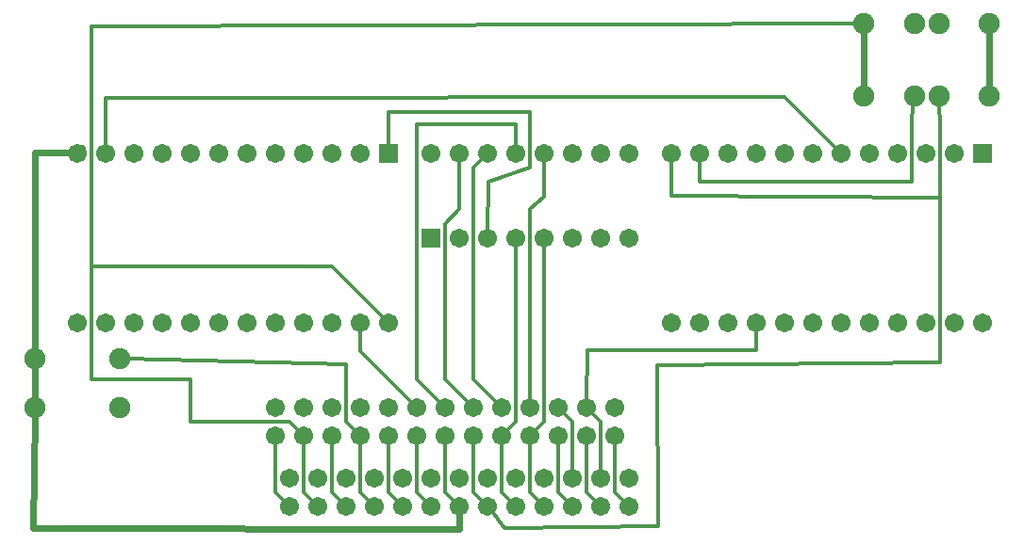
<source format=gbl>
G04 MADE WITH FRITZING*
G04 WWW.FRITZING.ORG*
G04 DOUBLE SIDED*
G04 HOLES PLATED*
G04 CONTOUR ON CENTER OF CONTOUR VECTOR*
%ASAXBY*%
%FSLAX23Y23*%
%MOIN*%
%OFA0B0*%
%SFA1.0B1.0*%
%ADD10C,0.067559*%
%ADD11C,0.075000*%
%ADD12R,0.067559X0.067559*%
%ADD13C,0.012000*%
%ADD14C,0.024000*%
%LNCOPPER0*%
G90*
G70*
G54D10*
X3419Y1367D03*
X3419Y767D03*
X3319Y1367D03*
X3319Y767D03*
X3219Y1367D03*
X3219Y767D03*
X3119Y1367D03*
X3119Y767D03*
X3019Y1367D03*
X3019Y767D03*
X2919Y1367D03*
X2919Y767D03*
X2819Y1367D03*
X2819Y767D03*
X2719Y1367D03*
X2719Y767D03*
X2619Y1367D03*
X2619Y767D03*
X2519Y1367D03*
X2519Y767D03*
X2419Y1367D03*
X2419Y767D03*
X2319Y1367D03*
X2319Y767D03*
X969Y117D03*
X1069Y117D03*
X1169Y117D03*
X1269Y117D03*
X1369Y117D03*
X1469Y117D03*
X1569Y117D03*
X1669Y117D03*
X1769Y117D03*
X1869Y117D03*
X1969Y117D03*
X2069Y117D03*
X2169Y117D03*
X969Y117D03*
X1069Y117D03*
X1169Y117D03*
X1269Y117D03*
X1369Y117D03*
X1469Y117D03*
X1569Y117D03*
X1669Y117D03*
X1769Y117D03*
X1869Y117D03*
X1969Y117D03*
X2069Y117D03*
X2169Y117D03*
X2169Y217D03*
X2069Y217D03*
X1969Y217D03*
X1869Y217D03*
X1769Y217D03*
X1669Y217D03*
X1569Y217D03*
X1469Y217D03*
X1369Y217D03*
X1269Y217D03*
X1169Y217D03*
X1069Y217D03*
X969Y217D03*
X919Y367D03*
X1019Y367D03*
X1119Y367D03*
X1219Y367D03*
X1319Y367D03*
X1419Y367D03*
X1519Y367D03*
X1619Y367D03*
X1719Y367D03*
X1819Y367D03*
X1919Y367D03*
X2019Y367D03*
X2119Y367D03*
X919Y367D03*
X1019Y367D03*
X1119Y367D03*
X1219Y367D03*
X1319Y367D03*
X1419Y367D03*
X1519Y367D03*
X1619Y367D03*
X1719Y367D03*
X1819Y367D03*
X1919Y367D03*
X2019Y367D03*
X2119Y367D03*
X2119Y467D03*
X2019Y467D03*
X1919Y467D03*
X1819Y467D03*
X1719Y467D03*
X1619Y467D03*
X1519Y467D03*
X1419Y467D03*
X1319Y467D03*
X1219Y467D03*
X1119Y467D03*
X1019Y467D03*
X919Y467D03*
X1319Y1367D03*
X1319Y767D03*
X1219Y1367D03*
X1219Y767D03*
X1119Y1367D03*
X1119Y767D03*
X1019Y1367D03*
X1019Y767D03*
X919Y1367D03*
X919Y767D03*
X819Y1367D03*
X819Y767D03*
X719Y1367D03*
X719Y767D03*
X619Y1367D03*
X619Y767D03*
X519Y1367D03*
X519Y767D03*
X419Y1367D03*
X419Y767D03*
X319Y1367D03*
X319Y767D03*
X219Y1367D03*
X219Y767D03*
X1469Y1067D03*
X1469Y1367D03*
X1569Y1067D03*
X1569Y1367D03*
X1669Y1067D03*
X1669Y1367D03*
X1769Y1067D03*
X1769Y1367D03*
X1869Y1067D03*
X1869Y1367D03*
X1969Y1067D03*
X1969Y1367D03*
X2069Y1067D03*
X2069Y1367D03*
X2169Y1067D03*
X2169Y1367D03*
G54D11*
X3177Y1827D03*
X3177Y1571D03*
X3000Y1827D03*
X3000Y1571D03*
X3442Y1827D03*
X3442Y1571D03*
X3265Y1827D03*
X3265Y1571D03*
X369Y467D03*
X69Y467D03*
X369Y641D03*
X69Y641D03*
G54D12*
X3419Y1367D03*
X1319Y1367D03*
X1469Y1067D03*
G54D13*
X3168Y1495D02*
X3170Y1266D01*
D02*
X2420Y1266D02*
X2419Y1348D01*
D02*
X3170Y1266D02*
X2420Y1266D01*
D02*
X3174Y1548D02*
X3168Y1495D01*
D02*
X3267Y1462D02*
X3269Y1210D01*
D02*
X3269Y1210D02*
X2319Y1218D01*
D02*
X2319Y1218D02*
X2319Y1348D01*
D02*
X3266Y1548D02*
X3267Y1462D01*
D02*
X919Y168D02*
X919Y348D01*
D02*
X956Y131D02*
X919Y168D01*
D02*
X1019Y168D02*
X1019Y348D01*
D02*
X1055Y131D02*
X1019Y168D01*
D02*
X1120Y168D02*
X1119Y348D01*
D02*
X1156Y131D02*
X1120Y168D01*
D02*
X1220Y168D02*
X1219Y348D01*
D02*
X1256Y131D02*
X1220Y168D01*
D02*
X1319Y168D02*
X1319Y348D01*
D02*
X1356Y131D02*
X1319Y168D01*
D02*
X1419Y168D02*
X1419Y348D01*
D02*
X1455Y131D02*
X1419Y168D01*
D02*
X1520Y168D02*
X1519Y348D01*
D02*
X1556Y131D02*
X1520Y168D01*
D02*
X1620Y168D02*
X1619Y348D01*
D02*
X1656Y131D02*
X1620Y168D01*
D02*
X1719Y168D02*
X1719Y348D01*
D02*
X1756Y131D02*
X1719Y168D01*
D02*
X1819Y168D02*
X1819Y348D01*
D02*
X1855Y131D02*
X1819Y168D01*
D02*
X1920Y168D02*
X1919Y348D01*
D02*
X1956Y131D02*
X1920Y168D01*
D02*
X2020Y168D02*
X2019Y348D01*
D02*
X2056Y131D02*
X2020Y168D01*
D02*
X2119Y168D02*
X2119Y348D01*
D02*
X2156Y131D02*
X2119Y168D01*
D02*
X2069Y237D02*
X2069Y417D01*
D02*
X2069Y417D02*
X2033Y454D01*
D02*
X1969Y237D02*
X1970Y417D01*
D02*
X1970Y417D02*
X1933Y454D01*
G54D14*
D02*
X3000Y1799D02*
X3000Y1600D01*
D02*
X62Y39D02*
X1568Y38D01*
D02*
X1568Y38D02*
X1569Y92D01*
D02*
X69Y439D02*
X62Y39D01*
G54D13*
D02*
X2269Y618D02*
X2272Y46D01*
D02*
X3269Y628D02*
X2269Y618D01*
D02*
X1728Y40D02*
X1681Y102D01*
D02*
X2272Y46D02*
X1728Y40D01*
D02*
X3269Y1210D02*
X3269Y628D01*
G54D14*
D02*
X69Y613D02*
X69Y496D01*
D02*
X69Y670D02*
X70Y1369D01*
D02*
X220Y1369D02*
X236Y1386D01*
D02*
X70Y1369D02*
X220Y1369D01*
G54D13*
D02*
X2619Y669D02*
X2021Y669D01*
D02*
X2021Y669D02*
X2019Y487D01*
D02*
X2619Y748D02*
X2619Y669D01*
D02*
X1170Y619D02*
X1170Y417D01*
D02*
X392Y640D02*
X1170Y619D01*
D02*
X1170Y417D02*
X1205Y381D01*
D02*
X1868Y417D02*
X1869Y1048D01*
D02*
X1833Y381D02*
X1868Y417D01*
D02*
X1819Y487D02*
X1819Y1169D01*
D02*
X1870Y1215D02*
X1869Y1348D01*
D02*
X1819Y1169D02*
X1870Y1215D01*
D02*
X1619Y1316D02*
X1656Y1354D01*
D02*
X1620Y568D02*
X1619Y1316D01*
D02*
X1706Y481D02*
X1620Y568D01*
D02*
X1219Y668D02*
X1219Y748D01*
D02*
X1405Y481D02*
X1219Y668D01*
D02*
X1419Y568D02*
X1418Y1469D01*
D02*
X1768Y1469D02*
X1769Y1387D01*
D02*
X1418Y1469D02*
X1768Y1469D01*
D02*
X1505Y481D02*
X1419Y568D01*
D02*
X1570Y1169D02*
X1569Y1348D01*
D02*
X1519Y1118D02*
X1570Y1169D01*
D02*
X1520Y568D02*
X1519Y1118D01*
D02*
X1606Y481D02*
X1520Y568D01*
D02*
X1769Y417D02*
X1769Y1048D01*
D02*
X1733Y381D02*
X1769Y417D01*
D02*
X1317Y1515D02*
X1319Y1387D01*
D02*
X1671Y1266D02*
X1818Y1316D01*
D02*
X1819Y1515D02*
X1317Y1515D01*
D02*
X1818Y1316D02*
X1819Y1515D01*
D02*
X1669Y1087D02*
X1671Y1266D01*
D02*
X319Y1565D02*
X2720Y1567D01*
D02*
X2720Y1567D02*
X2905Y1381D01*
D02*
X319Y1387D02*
X319Y1565D01*
D02*
X618Y417D02*
X969Y417D01*
D02*
X618Y568D02*
X618Y417D01*
D02*
X268Y568D02*
X618Y568D01*
D02*
X969Y417D02*
X1005Y381D01*
D02*
X269Y967D02*
X268Y568D01*
D02*
X1118Y966D02*
X269Y967D01*
D02*
X1305Y781D02*
X1118Y966D01*
D02*
X269Y1068D02*
X268Y1818D01*
D02*
X268Y1818D02*
X2977Y1827D01*
D02*
X269Y967D02*
X269Y1068D01*
G54D14*
D02*
X3442Y1600D02*
X3442Y1799D01*
G04 End of Copper0*
M02*
</source>
